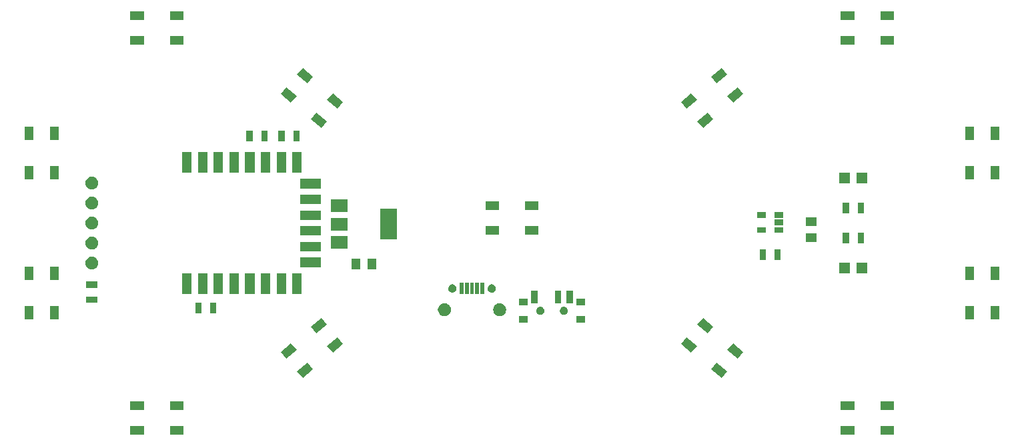
<source format=gts>
G04 #@! TF.GenerationSoftware,KiCad,Pcbnew,(5.0.2-5-10.14)*
G04 #@! TF.CreationDate,2019-03-10T19:37:14-04:00*
G04 #@! TF.ProjectId,glowtie,676c6f77-7469-4652-9e6b-696361645f70,rev?*
G04 #@! TF.SameCoordinates,Original*
G04 #@! TF.FileFunction,Soldermask,Top*
G04 #@! TF.FilePolarity,Negative*
%FSLAX46Y46*%
G04 Gerber Fmt 4.6, Leading zero omitted, Abs format (unit mm)*
G04 Created by KiCad (PCBNEW (5.0.2-5-10.14)) date Sunday, March 10, 2019 at 07:37:14 PM*
%MOMM*%
%LPD*%
G01*
G04 APERTURE LIST*
%ADD10C,0.100000*%
G04 APERTURE END LIST*
D10*
G36*
X124635000Y-68190000D02*
X122935000Y-68190000D01*
X122935000Y-67090000D01*
X124635000Y-67090000D01*
X124635000Y-68190000D01*
X124635000Y-68190000D01*
G37*
G36*
X119635000Y-68190000D02*
X117935000Y-68190000D01*
X117935000Y-67090000D01*
X119635000Y-67090000D01*
X119635000Y-68190000D01*
X119635000Y-68190000D01*
G37*
G36*
X34465000Y-68190000D02*
X32765000Y-68190000D01*
X32765000Y-67090000D01*
X34465000Y-67090000D01*
X34465000Y-68190000D01*
X34465000Y-68190000D01*
G37*
G36*
X29465000Y-68190000D02*
X27765000Y-68190000D01*
X27765000Y-67090000D01*
X29465000Y-67090000D01*
X29465000Y-68190000D01*
X29465000Y-68190000D01*
G37*
G36*
X124635000Y-64990000D02*
X122935000Y-64990000D01*
X122935000Y-63890000D01*
X124635000Y-63890000D01*
X124635000Y-64990000D01*
X124635000Y-64990000D01*
G37*
G36*
X119635000Y-64990000D02*
X117935000Y-64990000D01*
X117935000Y-63890000D01*
X119635000Y-63890000D01*
X119635000Y-64990000D01*
X119635000Y-64990000D01*
G37*
G36*
X34465000Y-64990000D02*
X32765000Y-64990000D01*
X32765000Y-63890000D01*
X34465000Y-63890000D01*
X34465000Y-64990000D01*
X34465000Y-64990000D01*
G37*
G36*
X29465000Y-64990000D02*
X27765000Y-64990000D01*
X27765000Y-63890000D01*
X29465000Y-63890000D01*
X29465000Y-64990000D01*
X29465000Y-64990000D01*
G37*
G36*
X50918021Y-59857595D02*
X49615745Y-60950335D01*
X48908677Y-60107685D01*
X50210953Y-59014945D01*
X50918021Y-59857595D01*
X50918021Y-59857595D01*
G37*
G36*
X103491323Y-60107685D02*
X102784255Y-60950335D01*
X101481979Y-59857595D01*
X102189047Y-59014945D01*
X103491323Y-60107685D01*
X103491323Y-60107685D01*
G37*
G36*
X48861101Y-57406253D02*
X47558825Y-58498993D01*
X46851757Y-57656343D01*
X48154033Y-56563603D01*
X48861101Y-57406253D01*
X48861101Y-57406253D01*
G37*
G36*
X105548243Y-57656343D02*
X104841175Y-58498993D01*
X103538899Y-57406253D01*
X104245967Y-56563603D01*
X105548243Y-57656343D01*
X105548243Y-57656343D01*
G37*
G36*
X54748243Y-56643657D02*
X53445967Y-57736397D01*
X52738899Y-56893747D01*
X54041175Y-55801007D01*
X54748243Y-56643657D01*
X54748243Y-56643657D01*
G37*
G36*
X99661101Y-56893747D02*
X98954033Y-57736397D01*
X97651757Y-56643657D01*
X98358825Y-55801007D01*
X99661101Y-56893747D01*
X99661101Y-56893747D01*
G37*
G36*
X101718021Y-54442405D02*
X101010953Y-55285055D01*
X99708677Y-54192315D01*
X100415745Y-53349665D01*
X101718021Y-54442405D01*
X101718021Y-54442405D01*
G37*
G36*
X52691323Y-54192315D02*
X51389047Y-55285055D01*
X50681979Y-54442405D01*
X51984255Y-53349665D01*
X52691323Y-54192315D01*
X52691323Y-54192315D01*
G37*
G36*
X78180000Y-53950000D02*
X77080000Y-53950000D01*
X77080000Y-53050000D01*
X78180000Y-53050000D01*
X78180000Y-53950000D01*
X78180000Y-53950000D01*
G37*
G36*
X85480000Y-53950000D02*
X84380000Y-53950000D01*
X84380000Y-53050000D01*
X85480000Y-53050000D01*
X85480000Y-53950000D01*
X85480000Y-53950000D01*
G37*
G36*
X15460000Y-53515000D02*
X14360000Y-53515000D01*
X14360000Y-51815000D01*
X15460000Y-51815000D01*
X15460000Y-53515000D01*
X15460000Y-53515000D01*
G37*
G36*
X18660000Y-53515000D02*
X17560000Y-53515000D01*
X17560000Y-51815000D01*
X18660000Y-51815000D01*
X18660000Y-53515000D01*
X18660000Y-53515000D01*
G37*
G36*
X138040000Y-53515000D02*
X136940000Y-53515000D01*
X136940000Y-51815000D01*
X138040000Y-51815000D01*
X138040000Y-53515000D01*
X138040000Y-53515000D01*
G37*
G36*
X134840000Y-53515000D02*
X133740000Y-53515000D01*
X133740000Y-51815000D01*
X134840000Y-51815000D01*
X134840000Y-53515000D01*
X134840000Y-53515000D01*
G37*
G36*
X67860644Y-51483704D02*
X68010784Y-51545894D01*
X68010785Y-51545895D01*
X68145908Y-51636181D01*
X68260819Y-51751092D01*
X68303521Y-51815000D01*
X68351106Y-51886216D01*
X68413296Y-52036356D01*
X68445000Y-52195745D01*
X68445000Y-52358255D01*
X68413296Y-52517644D01*
X68351106Y-52667784D01*
X68351105Y-52667785D01*
X68260819Y-52802908D01*
X68145908Y-52917819D01*
X68055621Y-52978147D01*
X68010784Y-53008106D01*
X67860644Y-53070296D01*
X67701256Y-53102000D01*
X67538744Y-53102000D01*
X67379356Y-53070296D01*
X67229216Y-53008106D01*
X67184379Y-52978147D01*
X67094092Y-52917819D01*
X66979181Y-52802908D01*
X66888895Y-52667785D01*
X66888894Y-52667784D01*
X66826704Y-52517644D01*
X66795000Y-52358255D01*
X66795000Y-52195745D01*
X66826704Y-52036356D01*
X66888894Y-51886216D01*
X66936479Y-51815000D01*
X66979181Y-51751092D01*
X67094092Y-51636181D01*
X67229215Y-51545895D01*
X67229216Y-51545894D01*
X67379356Y-51483704D01*
X67459051Y-51467852D01*
X67538744Y-51452000D01*
X67701256Y-51452000D01*
X67860644Y-51483704D01*
X67860644Y-51483704D01*
G37*
G36*
X74860644Y-51483704D02*
X75010784Y-51545894D01*
X75010785Y-51545895D01*
X75145908Y-51636181D01*
X75260819Y-51751092D01*
X75303521Y-51815000D01*
X75351106Y-51886216D01*
X75413296Y-52036356D01*
X75445000Y-52195745D01*
X75445000Y-52358255D01*
X75413296Y-52517644D01*
X75351106Y-52667784D01*
X75351105Y-52667785D01*
X75260819Y-52802908D01*
X75145908Y-52917819D01*
X75055621Y-52978147D01*
X75010784Y-53008106D01*
X74860644Y-53070296D01*
X74701256Y-53102000D01*
X74538744Y-53102000D01*
X74379356Y-53070296D01*
X74229216Y-53008106D01*
X74184379Y-52978147D01*
X74094092Y-52917819D01*
X73979181Y-52802908D01*
X73888895Y-52667785D01*
X73888894Y-52667784D01*
X73826704Y-52517644D01*
X73795000Y-52358255D01*
X73795000Y-52195745D01*
X73826704Y-52036356D01*
X73888894Y-51886216D01*
X73936479Y-51815000D01*
X73979181Y-51751092D01*
X74094092Y-51636181D01*
X74229215Y-51545895D01*
X74229216Y-51545894D01*
X74379356Y-51483704D01*
X74459051Y-51467852D01*
X74538744Y-51452000D01*
X74701256Y-51452000D01*
X74860644Y-51483704D01*
X74860644Y-51483704D01*
G37*
G36*
X79925843Y-51919214D02*
X79925846Y-51919215D01*
X79925845Y-51919215D01*
X80016839Y-51956906D01*
X80071311Y-51993303D01*
X80098733Y-52011626D01*
X80168374Y-52081267D01*
X80168375Y-52081269D01*
X80223094Y-52163161D01*
X80223094Y-52163162D01*
X80260786Y-52254157D01*
X80280000Y-52350753D01*
X80280000Y-52449247D01*
X80260786Y-52545843D01*
X80260785Y-52545845D01*
X80223094Y-52636839D01*
X80202417Y-52667784D01*
X80168374Y-52718733D01*
X80098733Y-52788374D01*
X80076983Y-52802907D01*
X80016839Y-52843094D01*
X79952495Y-52869746D01*
X79925843Y-52880786D01*
X79829247Y-52900000D01*
X79730753Y-52900000D01*
X79634157Y-52880786D01*
X79607505Y-52869746D01*
X79543161Y-52843094D01*
X79483017Y-52802907D01*
X79461267Y-52788374D01*
X79391626Y-52718733D01*
X79357583Y-52667784D01*
X79336906Y-52636839D01*
X79299215Y-52545845D01*
X79299214Y-52545843D01*
X79280000Y-52449247D01*
X79280000Y-52350753D01*
X79299214Y-52254157D01*
X79336906Y-52163162D01*
X79336906Y-52163161D01*
X79391625Y-52081269D01*
X79391626Y-52081267D01*
X79461267Y-52011626D01*
X79488689Y-51993303D01*
X79543161Y-51956906D01*
X79634155Y-51919215D01*
X79634154Y-51919215D01*
X79634157Y-51919214D01*
X79730753Y-51900000D01*
X79829247Y-51900000D01*
X79925843Y-51919214D01*
X79925843Y-51919214D01*
G37*
G36*
X82925843Y-51919214D02*
X82925846Y-51919215D01*
X82925845Y-51919215D01*
X83016839Y-51956906D01*
X83071311Y-51993303D01*
X83098733Y-52011626D01*
X83168374Y-52081267D01*
X83168375Y-52081269D01*
X83223094Y-52163161D01*
X83223094Y-52163162D01*
X83260786Y-52254157D01*
X83280000Y-52350753D01*
X83280000Y-52449247D01*
X83260786Y-52545843D01*
X83260785Y-52545845D01*
X83223094Y-52636839D01*
X83202417Y-52667784D01*
X83168374Y-52718733D01*
X83098733Y-52788374D01*
X83076983Y-52802907D01*
X83016839Y-52843094D01*
X82952495Y-52869746D01*
X82925843Y-52880786D01*
X82829247Y-52900000D01*
X82730753Y-52900000D01*
X82634157Y-52880786D01*
X82607505Y-52869746D01*
X82543161Y-52843094D01*
X82483017Y-52802907D01*
X82461267Y-52788374D01*
X82391626Y-52718733D01*
X82357583Y-52667784D01*
X82336906Y-52636839D01*
X82299215Y-52545845D01*
X82299214Y-52545843D01*
X82280000Y-52449247D01*
X82280000Y-52350753D01*
X82299214Y-52254157D01*
X82336906Y-52163162D01*
X82336906Y-52163161D01*
X82391625Y-52081269D01*
X82391626Y-52081267D01*
X82461267Y-52011626D01*
X82488689Y-51993303D01*
X82543161Y-51956906D01*
X82634155Y-51919215D01*
X82634154Y-51919215D01*
X82634157Y-51919214D01*
X82730753Y-51900000D01*
X82829247Y-51900000D01*
X82925843Y-51919214D01*
X82925843Y-51919214D01*
G37*
G36*
X38688000Y-52770000D02*
X37888000Y-52770000D01*
X37888000Y-51370000D01*
X38688000Y-51370000D01*
X38688000Y-52770000D01*
X38688000Y-52770000D01*
G37*
G36*
X36788000Y-52770000D02*
X35988000Y-52770000D01*
X35988000Y-51370000D01*
X36788000Y-51370000D01*
X36788000Y-52770000D01*
X36788000Y-52770000D01*
G37*
G36*
X85480000Y-51740000D02*
X84380000Y-51740000D01*
X84380000Y-50840000D01*
X85480000Y-50840000D01*
X85480000Y-51740000D01*
X85480000Y-51740000D01*
G37*
G36*
X78180000Y-51740000D02*
X77080000Y-51740000D01*
X77080000Y-50840000D01*
X78180000Y-50840000D01*
X78180000Y-51740000D01*
X78180000Y-51740000D01*
G37*
G36*
X83930000Y-51440000D02*
X83130000Y-51440000D01*
X83130000Y-49840000D01*
X83930000Y-49840000D01*
X83930000Y-51440000D01*
X83930000Y-51440000D01*
G37*
G36*
X82430000Y-51440000D02*
X81630000Y-51440000D01*
X81630000Y-49840000D01*
X82430000Y-49840000D01*
X82430000Y-51440000D01*
X82430000Y-51440000D01*
G37*
G36*
X79430000Y-51440000D02*
X78630000Y-51440000D01*
X78630000Y-49840000D01*
X79430000Y-49840000D01*
X79430000Y-51440000D01*
X79430000Y-51440000D01*
G37*
G36*
X23560000Y-51388000D02*
X22160000Y-51388000D01*
X22160000Y-50588000D01*
X23560000Y-50588000D01*
X23560000Y-51388000D01*
X23560000Y-51388000D01*
G37*
G36*
X72020000Y-50302000D02*
X71520000Y-50302000D01*
X71520000Y-48852000D01*
X72020000Y-48852000D01*
X72020000Y-50302000D01*
X72020000Y-50302000D01*
G37*
G36*
X72670000Y-50302000D02*
X72170000Y-50302000D01*
X72170000Y-48852000D01*
X72670000Y-48852000D01*
X72670000Y-50302000D01*
X72670000Y-50302000D01*
G37*
G36*
X71370000Y-50302000D02*
X70870000Y-50302000D01*
X70870000Y-48852000D01*
X71370000Y-48852000D01*
X71370000Y-50302000D01*
X71370000Y-50302000D01*
G37*
G36*
X70720000Y-50302000D02*
X70220000Y-50302000D01*
X70220000Y-48852000D01*
X70720000Y-48852000D01*
X70720000Y-50302000D01*
X70720000Y-50302000D01*
G37*
G36*
X70070000Y-50302000D02*
X69570000Y-50302000D01*
X69570000Y-48852000D01*
X70070000Y-48852000D01*
X70070000Y-50302000D01*
X70070000Y-50302000D01*
G37*
G36*
X49525000Y-50260000D02*
X48325000Y-50260000D01*
X48325000Y-47660000D01*
X49525000Y-47660000D01*
X49525000Y-50260000D01*
X49525000Y-50260000D01*
G37*
G36*
X41525000Y-50260000D02*
X40325000Y-50260000D01*
X40325000Y-47660000D01*
X41525000Y-47660000D01*
X41525000Y-50260000D01*
X41525000Y-50260000D01*
G37*
G36*
X47525000Y-50260000D02*
X46325000Y-50260000D01*
X46325000Y-47660000D01*
X47525000Y-47660000D01*
X47525000Y-50260000D01*
X47525000Y-50260000D01*
G37*
G36*
X45525000Y-50260000D02*
X44325000Y-50260000D01*
X44325000Y-47660000D01*
X45525000Y-47660000D01*
X45525000Y-50260000D01*
X45525000Y-50260000D01*
G37*
G36*
X43525000Y-50260000D02*
X42325000Y-50260000D01*
X42325000Y-47660000D01*
X43525000Y-47660000D01*
X43525000Y-50260000D01*
X43525000Y-50260000D01*
G37*
G36*
X39525000Y-50260000D02*
X38325000Y-50260000D01*
X38325000Y-47660000D01*
X39525000Y-47660000D01*
X39525000Y-50260000D01*
X39525000Y-50260000D01*
G37*
G36*
X37525000Y-50260000D02*
X36325000Y-50260000D01*
X36325000Y-47660000D01*
X37525000Y-47660000D01*
X37525000Y-50260000D01*
X37525000Y-50260000D01*
G37*
G36*
X35525000Y-50260000D02*
X34325000Y-50260000D01*
X34325000Y-47660000D01*
X35525000Y-47660000D01*
X35525000Y-50260000D01*
X35525000Y-50260000D01*
G37*
G36*
X68773136Y-49072175D02*
X68829105Y-49095358D01*
X68868681Y-49111751D01*
X68925877Y-49149968D01*
X68954670Y-49169207D01*
X69027793Y-49242330D01*
X69027794Y-49242332D01*
X69085249Y-49328319D01*
X69085249Y-49328320D01*
X69124825Y-49423864D01*
X69145000Y-49525291D01*
X69145000Y-49628709D01*
X69124825Y-49730136D01*
X69101642Y-49786105D01*
X69085249Y-49825681D01*
X69075681Y-49840000D01*
X69027793Y-49911670D01*
X68954670Y-49984793D01*
X68925877Y-50004032D01*
X68868681Y-50042249D01*
X68829105Y-50058642D01*
X68773136Y-50081825D01*
X68671709Y-50102000D01*
X68568291Y-50102000D01*
X68466864Y-50081825D01*
X68410895Y-50058642D01*
X68371319Y-50042249D01*
X68314123Y-50004032D01*
X68285330Y-49984793D01*
X68212207Y-49911670D01*
X68164319Y-49840000D01*
X68154751Y-49825681D01*
X68138358Y-49786105D01*
X68115175Y-49730136D01*
X68095000Y-49628709D01*
X68095000Y-49525291D01*
X68115175Y-49423864D01*
X68154751Y-49328320D01*
X68154751Y-49328319D01*
X68212206Y-49242332D01*
X68212207Y-49242330D01*
X68285330Y-49169207D01*
X68314123Y-49149968D01*
X68371319Y-49111751D01*
X68410895Y-49095358D01*
X68466864Y-49072175D01*
X68568291Y-49052000D01*
X68671709Y-49052000D01*
X68773136Y-49072175D01*
X68773136Y-49072175D01*
G37*
G36*
X73773136Y-49072175D02*
X73829105Y-49095358D01*
X73868681Y-49111751D01*
X73925877Y-49149968D01*
X73954670Y-49169207D01*
X74027793Y-49242330D01*
X74027794Y-49242332D01*
X74085249Y-49328319D01*
X74085249Y-49328320D01*
X74124825Y-49423864D01*
X74145000Y-49525291D01*
X74145000Y-49628709D01*
X74124825Y-49730136D01*
X74101642Y-49786105D01*
X74085249Y-49825681D01*
X74075681Y-49840000D01*
X74027793Y-49911670D01*
X73954670Y-49984793D01*
X73925877Y-50004032D01*
X73868681Y-50042249D01*
X73829105Y-50058642D01*
X73773136Y-50081825D01*
X73671709Y-50102000D01*
X73568291Y-50102000D01*
X73466864Y-50081825D01*
X73410895Y-50058642D01*
X73371319Y-50042249D01*
X73314123Y-50004032D01*
X73285330Y-49984793D01*
X73212207Y-49911670D01*
X73164319Y-49840000D01*
X73154751Y-49825681D01*
X73138358Y-49786105D01*
X73115175Y-49730136D01*
X73095000Y-49628709D01*
X73095000Y-49525291D01*
X73115175Y-49423864D01*
X73154751Y-49328320D01*
X73154751Y-49328319D01*
X73212206Y-49242332D01*
X73212207Y-49242330D01*
X73285330Y-49169207D01*
X73314123Y-49149968D01*
X73371319Y-49111751D01*
X73410895Y-49095358D01*
X73466864Y-49072175D01*
X73568291Y-49052000D01*
X73671709Y-49052000D01*
X73773136Y-49072175D01*
X73773136Y-49072175D01*
G37*
G36*
X23560000Y-49488000D02*
X22160000Y-49488000D01*
X22160000Y-48688000D01*
X23560000Y-48688000D01*
X23560000Y-49488000D01*
X23560000Y-49488000D01*
G37*
G36*
X15460000Y-48515000D02*
X14360000Y-48515000D01*
X14360000Y-46815000D01*
X15460000Y-46815000D01*
X15460000Y-48515000D01*
X15460000Y-48515000D01*
G37*
G36*
X134840000Y-48515000D02*
X133740000Y-48515000D01*
X133740000Y-46815000D01*
X134840000Y-46815000D01*
X134840000Y-48515000D01*
X134840000Y-48515000D01*
G37*
G36*
X138040000Y-48515000D02*
X136940000Y-48515000D01*
X136940000Y-46815000D01*
X138040000Y-46815000D01*
X138040000Y-48515000D01*
X138040000Y-48515000D01*
G37*
G36*
X18660000Y-48515000D02*
X17560000Y-48515000D01*
X17560000Y-46815000D01*
X18660000Y-46815000D01*
X18660000Y-48515000D01*
X18660000Y-48515000D01*
G37*
G36*
X121257000Y-47640000D02*
X119957000Y-47640000D01*
X119957000Y-46340000D01*
X121257000Y-46340000D01*
X121257000Y-47640000D01*
X121257000Y-47640000D01*
G37*
G36*
X119057000Y-47640000D02*
X117757000Y-47640000D01*
X117757000Y-46340000D01*
X119057000Y-46340000D01*
X119057000Y-47640000D01*
X119057000Y-47640000D01*
G37*
G36*
X58954000Y-47157000D02*
X57854000Y-47157000D01*
X57854000Y-45807000D01*
X58954000Y-45807000D01*
X58954000Y-47157000D01*
X58954000Y-47157000D01*
G37*
G36*
X56954000Y-47157000D02*
X55854000Y-47157000D01*
X55854000Y-45807000D01*
X56954000Y-45807000D01*
X56954000Y-47157000D01*
X56954000Y-47157000D01*
G37*
G36*
X23093351Y-45585743D02*
X23238942Y-45646049D01*
X23274787Y-45670000D01*
X23369973Y-45733601D01*
X23481399Y-45845027D01*
X23481401Y-45845030D01*
X23568951Y-45976058D01*
X23629257Y-46121649D01*
X23660000Y-46276207D01*
X23660000Y-46433793D01*
X23629257Y-46588351D01*
X23568951Y-46733942D01*
X23514790Y-46815000D01*
X23481399Y-46864973D01*
X23369973Y-46976399D01*
X23369970Y-46976401D01*
X23238942Y-47063951D01*
X23093351Y-47124257D01*
X22938794Y-47155000D01*
X22781206Y-47155000D01*
X22626649Y-47124257D01*
X22481058Y-47063951D01*
X22350030Y-46976401D01*
X22350027Y-46976399D01*
X22238601Y-46864973D01*
X22205210Y-46815000D01*
X22151049Y-46733942D01*
X22090743Y-46588351D01*
X22060000Y-46433793D01*
X22060000Y-46276207D01*
X22090743Y-46121649D01*
X22151049Y-45976058D01*
X22238599Y-45845030D01*
X22238601Y-45845027D01*
X22350027Y-45733601D01*
X22445213Y-45670000D01*
X22481058Y-45646049D01*
X22626649Y-45585743D01*
X22781206Y-45555000D01*
X22938794Y-45555000D01*
X23093351Y-45585743D01*
X23093351Y-45585743D01*
G37*
G36*
X51925000Y-46870000D02*
X49325000Y-46870000D01*
X49325000Y-45670000D01*
X51925000Y-45670000D01*
X51925000Y-46870000D01*
X51925000Y-46870000D01*
G37*
G36*
X110316000Y-45975500D02*
X109516000Y-45975500D01*
X109516000Y-44575500D01*
X110316000Y-44575500D01*
X110316000Y-45975500D01*
X110316000Y-45975500D01*
G37*
G36*
X108416000Y-45975500D02*
X107616000Y-45975500D01*
X107616000Y-44575500D01*
X108416000Y-44575500D01*
X108416000Y-45975500D01*
X108416000Y-45975500D01*
G37*
G36*
X51925000Y-44870000D02*
X49325000Y-44870000D01*
X49325000Y-43670000D01*
X51925000Y-43670000D01*
X51925000Y-44870000D01*
X51925000Y-44870000D01*
G37*
G36*
X23093351Y-43045743D02*
X23238942Y-43106049D01*
X23369090Y-43193011D01*
X23369973Y-43193601D01*
X23481399Y-43305027D01*
X23481401Y-43305030D01*
X23568951Y-43436058D01*
X23629257Y-43581649D01*
X23660000Y-43736207D01*
X23660000Y-43893793D01*
X23629257Y-44048351D01*
X23568951Y-44193942D01*
X23481989Y-44324090D01*
X23481399Y-44324973D01*
X23369973Y-44436399D01*
X23369970Y-44436401D01*
X23238942Y-44523951D01*
X23114492Y-44575500D01*
X23093351Y-44584257D01*
X22938794Y-44615000D01*
X22781206Y-44615000D01*
X22626649Y-44584257D01*
X22605508Y-44575500D01*
X22481058Y-44523951D01*
X22350030Y-44436401D01*
X22350027Y-44436399D01*
X22238601Y-44324973D01*
X22238011Y-44324090D01*
X22151049Y-44193942D01*
X22090743Y-44048351D01*
X22060000Y-43893793D01*
X22060000Y-43736207D01*
X22090743Y-43581649D01*
X22151049Y-43436058D01*
X22238599Y-43305030D01*
X22238601Y-43305027D01*
X22350027Y-43193601D01*
X22350910Y-43193011D01*
X22481058Y-43106049D01*
X22626649Y-43045743D01*
X22781206Y-43015000D01*
X22938794Y-43015000D01*
X23093351Y-43045743D01*
X23093351Y-43045743D01*
G37*
G36*
X55304000Y-44502000D02*
X53204000Y-44502000D01*
X53204000Y-42902000D01*
X55304000Y-42902000D01*
X55304000Y-44502000D01*
X55304000Y-44502000D01*
G37*
G36*
X118957000Y-43880000D02*
X118157000Y-43880000D01*
X118157000Y-42480000D01*
X118957000Y-42480000D01*
X118957000Y-43880000D01*
X118957000Y-43880000D01*
G37*
G36*
X120857000Y-43880000D02*
X120057000Y-43880000D01*
X120057000Y-42480000D01*
X120857000Y-42480000D01*
X120857000Y-43880000D01*
X120857000Y-43880000D01*
G37*
G36*
X114848000Y-43650500D02*
X113498000Y-43650500D01*
X113498000Y-42550500D01*
X114848000Y-42550500D01*
X114848000Y-43650500D01*
X114848000Y-43650500D01*
G37*
G36*
X61604000Y-43352000D02*
X59504000Y-43352000D01*
X59504000Y-39452000D01*
X61604000Y-39452000D01*
X61604000Y-43352000D01*
X61604000Y-43352000D01*
G37*
G36*
X51925000Y-42870000D02*
X49325000Y-42870000D01*
X49325000Y-41670000D01*
X51925000Y-41670000D01*
X51925000Y-42870000D01*
X51925000Y-42870000D01*
G37*
G36*
X79550000Y-42790000D02*
X77850000Y-42790000D01*
X77850000Y-41690000D01*
X79550000Y-41690000D01*
X79550000Y-42790000D01*
X79550000Y-42790000D01*
G37*
G36*
X74550000Y-42790000D02*
X72850000Y-42790000D01*
X72850000Y-41690000D01*
X74550000Y-41690000D01*
X74550000Y-42790000D01*
X74550000Y-42790000D01*
G37*
G36*
X110646000Y-42536500D02*
X109486000Y-42536500D01*
X109486000Y-41786500D01*
X110646000Y-41786500D01*
X110646000Y-42536500D01*
X110646000Y-42536500D01*
G37*
G36*
X108446000Y-42536500D02*
X107286000Y-42536500D01*
X107286000Y-41786500D01*
X108446000Y-41786500D01*
X108446000Y-42536500D01*
X108446000Y-42536500D01*
G37*
G36*
X55304000Y-42202000D02*
X53204000Y-42202000D01*
X53204000Y-40602000D01*
X55304000Y-40602000D01*
X55304000Y-42202000D01*
X55304000Y-42202000D01*
G37*
G36*
X23093351Y-40505743D02*
X23238942Y-40566049D01*
X23369090Y-40653011D01*
X23369973Y-40653601D01*
X23481399Y-40765027D01*
X23481401Y-40765030D01*
X23568951Y-40896058D01*
X23629257Y-41041649D01*
X23660000Y-41196207D01*
X23660000Y-41353793D01*
X23629257Y-41508351D01*
X23568951Y-41653942D01*
X23481989Y-41784090D01*
X23481399Y-41784973D01*
X23369973Y-41896399D01*
X23369970Y-41896401D01*
X23238942Y-41983951D01*
X23093351Y-42044257D01*
X22938794Y-42075000D01*
X22781206Y-42075000D01*
X22626649Y-42044257D01*
X22481058Y-41983951D01*
X22350030Y-41896401D01*
X22350027Y-41896399D01*
X22238601Y-41784973D01*
X22238011Y-41784090D01*
X22151049Y-41653942D01*
X22090743Y-41508351D01*
X22060000Y-41353793D01*
X22060000Y-41196207D01*
X22090743Y-41041649D01*
X22151049Y-40896058D01*
X22238599Y-40765030D01*
X22238601Y-40765027D01*
X22350027Y-40653601D01*
X22350910Y-40653011D01*
X22481058Y-40566049D01*
X22626649Y-40505743D01*
X22781206Y-40475000D01*
X22938794Y-40475000D01*
X23093351Y-40505743D01*
X23093351Y-40505743D01*
G37*
G36*
X114848000Y-41650500D02*
X113498000Y-41650500D01*
X113498000Y-40550500D01*
X114848000Y-40550500D01*
X114848000Y-41650500D01*
X114848000Y-41650500D01*
G37*
G36*
X110646000Y-41586500D02*
X109486000Y-41586500D01*
X109486000Y-40836500D01*
X110646000Y-40836500D01*
X110646000Y-41586500D01*
X110646000Y-41586500D01*
G37*
G36*
X51925000Y-40870000D02*
X49325000Y-40870000D01*
X49325000Y-39670000D01*
X51925000Y-39670000D01*
X51925000Y-40870000D01*
X51925000Y-40870000D01*
G37*
G36*
X110646000Y-40636500D02*
X109486000Y-40636500D01*
X109486000Y-39886500D01*
X110646000Y-39886500D01*
X110646000Y-40636500D01*
X110646000Y-40636500D01*
G37*
G36*
X108446000Y-40636500D02*
X107286000Y-40636500D01*
X107286000Y-39886500D01*
X108446000Y-39886500D01*
X108446000Y-40636500D01*
X108446000Y-40636500D01*
G37*
G36*
X118957000Y-40070000D02*
X118157000Y-40070000D01*
X118157000Y-38670000D01*
X118957000Y-38670000D01*
X118957000Y-40070000D01*
X118957000Y-40070000D01*
G37*
G36*
X120857000Y-40070000D02*
X120057000Y-40070000D01*
X120057000Y-38670000D01*
X120857000Y-38670000D01*
X120857000Y-40070000D01*
X120857000Y-40070000D01*
G37*
G36*
X55304000Y-39902000D02*
X53204000Y-39902000D01*
X53204000Y-38302000D01*
X55304000Y-38302000D01*
X55304000Y-39902000D01*
X55304000Y-39902000D01*
G37*
G36*
X74550000Y-39590000D02*
X72850000Y-39590000D01*
X72850000Y-38490000D01*
X74550000Y-38490000D01*
X74550000Y-39590000D01*
X74550000Y-39590000D01*
G37*
G36*
X79550000Y-39590000D02*
X77850000Y-39590000D01*
X77850000Y-38490000D01*
X79550000Y-38490000D01*
X79550000Y-39590000D01*
X79550000Y-39590000D01*
G37*
G36*
X23093351Y-37965743D02*
X23238942Y-38026049D01*
X23369090Y-38113011D01*
X23369973Y-38113601D01*
X23481399Y-38225027D01*
X23481401Y-38225030D01*
X23568951Y-38356058D01*
X23629257Y-38501649D01*
X23660000Y-38656207D01*
X23660000Y-38813793D01*
X23629257Y-38968351D01*
X23568951Y-39113942D01*
X23481989Y-39244090D01*
X23481399Y-39244973D01*
X23369973Y-39356399D01*
X23369970Y-39356401D01*
X23238942Y-39443951D01*
X23093351Y-39504257D01*
X22938794Y-39535000D01*
X22781206Y-39535000D01*
X22626649Y-39504257D01*
X22481058Y-39443951D01*
X22350030Y-39356401D01*
X22350027Y-39356399D01*
X22238601Y-39244973D01*
X22238011Y-39244090D01*
X22151049Y-39113942D01*
X22090743Y-38968351D01*
X22060000Y-38813793D01*
X22060000Y-38656207D01*
X22090743Y-38501649D01*
X22151049Y-38356058D01*
X22238599Y-38225030D01*
X22238601Y-38225027D01*
X22350027Y-38113601D01*
X22350910Y-38113011D01*
X22481058Y-38026049D01*
X22626649Y-37965743D01*
X22781206Y-37935000D01*
X22938794Y-37935000D01*
X23093351Y-37965743D01*
X23093351Y-37965743D01*
G37*
G36*
X51925000Y-38870000D02*
X49325000Y-38870000D01*
X49325000Y-37670000D01*
X51925000Y-37670000D01*
X51925000Y-38870000D01*
X51925000Y-38870000D01*
G37*
G36*
X23093351Y-35425743D02*
X23238942Y-35486049D01*
X23369090Y-35573011D01*
X23369973Y-35573601D01*
X23481399Y-35685027D01*
X23481401Y-35685030D01*
X23568951Y-35816058D01*
X23629257Y-35961649D01*
X23660000Y-36116207D01*
X23660000Y-36273793D01*
X23629257Y-36428351D01*
X23568951Y-36573942D01*
X23481989Y-36704090D01*
X23481399Y-36704973D01*
X23369973Y-36816399D01*
X23369970Y-36816401D01*
X23238942Y-36903951D01*
X23093351Y-36964257D01*
X22938794Y-36995000D01*
X22781206Y-36995000D01*
X22626649Y-36964257D01*
X22481058Y-36903951D01*
X22350030Y-36816401D01*
X22350027Y-36816399D01*
X22238601Y-36704973D01*
X22238011Y-36704090D01*
X22151049Y-36573942D01*
X22090743Y-36428351D01*
X22060000Y-36273793D01*
X22060000Y-36116207D01*
X22090743Y-35961649D01*
X22151049Y-35816058D01*
X22238599Y-35685030D01*
X22238601Y-35685027D01*
X22350027Y-35573601D01*
X22350910Y-35573011D01*
X22481058Y-35486049D01*
X22626649Y-35425743D01*
X22781206Y-35395000D01*
X22938794Y-35395000D01*
X23093351Y-35425743D01*
X23093351Y-35425743D01*
G37*
G36*
X51925000Y-36870000D02*
X49325000Y-36870000D01*
X49325000Y-35670000D01*
X51925000Y-35670000D01*
X51925000Y-36870000D01*
X51925000Y-36870000D01*
G37*
G36*
X119057000Y-36210000D02*
X117757000Y-36210000D01*
X117757000Y-34910000D01*
X119057000Y-34910000D01*
X119057000Y-36210000D01*
X119057000Y-36210000D01*
G37*
G36*
X121257000Y-36210000D02*
X119957000Y-36210000D01*
X119957000Y-34910000D01*
X121257000Y-34910000D01*
X121257000Y-36210000D01*
X121257000Y-36210000D01*
G37*
G36*
X18660000Y-35735000D02*
X17560000Y-35735000D01*
X17560000Y-34035000D01*
X18660000Y-34035000D01*
X18660000Y-35735000D01*
X18660000Y-35735000D01*
G37*
G36*
X15460000Y-35735000D02*
X14360000Y-35735000D01*
X14360000Y-34035000D01*
X15460000Y-34035000D01*
X15460000Y-35735000D01*
X15460000Y-35735000D01*
G37*
G36*
X134840000Y-35735000D02*
X133740000Y-35735000D01*
X133740000Y-34035000D01*
X134840000Y-34035000D01*
X134840000Y-35735000D01*
X134840000Y-35735000D01*
G37*
G36*
X138040000Y-35735000D02*
X136940000Y-35735000D01*
X136940000Y-34035000D01*
X138040000Y-34035000D01*
X138040000Y-35735000D01*
X138040000Y-35735000D01*
G37*
G36*
X41525000Y-34860000D02*
X40325000Y-34860000D01*
X40325000Y-32260000D01*
X41525000Y-32260000D01*
X41525000Y-34860000D01*
X41525000Y-34860000D01*
G37*
G36*
X47525000Y-34860000D02*
X46325000Y-34860000D01*
X46325000Y-32260000D01*
X47525000Y-32260000D01*
X47525000Y-34860000D01*
X47525000Y-34860000D01*
G37*
G36*
X39525000Y-34860000D02*
X38325000Y-34860000D01*
X38325000Y-32260000D01*
X39525000Y-32260000D01*
X39525000Y-34860000D01*
X39525000Y-34860000D01*
G37*
G36*
X37525000Y-34860000D02*
X36325000Y-34860000D01*
X36325000Y-32260000D01*
X37525000Y-32260000D01*
X37525000Y-34860000D01*
X37525000Y-34860000D01*
G37*
G36*
X35525000Y-34860000D02*
X34325000Y-34860000D01*
X34325000Y-32260000D01*
X35525000Y-32260000D01*
X35525000Y-34860000D01*
X35525000Y-34860000D01*
G37*
G36*
X43525000Y-34860000D02*
X42325000Y-34860000D01*
X42325000Y-32260000D01*
X43525000Y-32260000D01*
X43525000Y-34860000D01*
X43525000Y-34860000D01*
G37*
G36*
X45525000Y-34860000D02*
X44325000Y-34860000D01*
X44325000Y-32260000D01*
X45525000Y-32260000D01*
X45525000Y-34860000D01*
X45525000Y-34860000D01*
G37*
G36*
X49525000Y-34860000D02*
X48325000Y-34860000D01*
X48325000Y-32260000D01*
X49525000Y-32260000D01*
X49525000Y-34860000D01*
X49525000Y-34860000D01*
G37*
G36*
X49229000Y-30926000D02*
X48429000Y-30926000D01*
X48429000Y-29526000D01*
X49229000Y-29526000D01*
X49229000Y-30926000D01*
X49229000Y-30926000D01*
G37*
G36*
X43265000Y-30926000D02*
X42465000Y-30926000D01*
X42465000Y-29526000D01*
X43265000Y-29526000D01*
X43265000Y-30926000D01*
X43265000Y-30926000D01*
G37*
G36*
X47329000Y-30926000D02*
X46529000Y-30926000D01*
X46529000Y-29526000D01*
X47329000Y-29526000D01*
X47329000Y-30926000D01*
X47329000Y-30926000D01*
G37*
G36*
X45165000Y-30926000D02*
X44365000Y-30926000D01*
X44365000Y-29526000D01*
X45165000Y-29526000D01*
X45165000Y-30926000D01*
X45165000Y-30926000D01*
G37*
G36*
X15460000Y-30735000D02*
X14360000Y-30735000D01*
X14360000Y-29035000D01*
X15460000Y-29035000D01*
X15460000Y-30735000D01*
X15460000Y-30735000D01*
G37*
G36*
X134840000Y-30735000D02*
X133740000Y-30735000D01*
X133740000Y-29035000D01*
X134840000Y-29035000D01*
X134840000Y-30735000D01*
X134840000Y-30735000D01*
G37*
G36*
X138040000Y-30735000D02*
X136940000Y-30735000D01*
X136940000Y-29035000D01*
X138040000Y-29035000D01*
X138040000Y-30735000D01*
X138040000Y-30735000D01*
G37*
G36*
X18660000Y-30735000D02*
X17560000Y-30735000D01*
X17560000Y-29035000D01*
X18660000Y-29035000D01*
X18660000Y-30735000D01*
X18660000Y-30735000D01*
G37*
G36*
X52691323Y-28357685D02*
X51984255Y-29200335D01*
X50681979Y-28107595D01*
X51389047Y-27264945D01*
X52691323Y-28357685D01*
X52691323Y-28357685D01*
G37*
G36*
X101718021Y-28107595D02*
X100415745Y-29200335D01*
X99708677Y-28357685D01*
X101010953Y-27264945D01*
X101718021Y-28107595D01*
X101718021Y-28107595D01*
G37*
G36*
X99661101Y-25656253D02*
X98358825Y-26748993D01*
X97651757Y-25906343D01*
X98954033Y-24813603D01*
X99661101Y-25656253D01*
X99661101Y-25656253D01*
G37*
G36*
X54748243Y-25906343D02*
X54041175Y-26748993D01*
X52738899Y-25656253D01*
X53445967Y-24813603D01*
X54748243Y-25906343D01*
X54748243Y-25906343D01*
G37*
G36*
X105548243Y-24893657D02*
X104245967Y-25986397D01*
X103538899Y-25143747D01*
X104841175Y-24051007D01*
X105548243Y-24893657D01*
X105548243Y-24893657D01*
G37*
G36*
X48861101Y-25143747D02*
X48154033Y-25986397D01*
X46851757Y-24893657D01*
X47558825Y-24051007D01*
X48861101Y-25143747D01*
X48861101Y-25143747D01*
G37*
G36*
X50918021Y-22692405D02*
X50210953Y-23535055D01*
X48908677Y-22442315D01*
X49615745Y-21599665D01*
X50918021Y-22692405D01*
X50918021Y-22692405D01*
G37*
G36*
X103491323Y-22442315D02*
X102189047Y-23535055D01*
X101481979Y-22692405D01*
X102784255Y-21599665D01*
X103491323Y-22442315D01*
X103491323Y-22442315D01*
G37*
G36*
X29465000Y-18660000D02*
X27765000Y-18660000D01*
X27765000Y-17560000D01*
X29465000Y-17560000D01*
X29465000Y-18660000D01*
X29465000Y-18660000D01*
G37*
G36*
X124635000Y-18660000D02*
X122935000Y-18660000D01*
X122935000Y-17560000D01*
X124635000Y-17560000D01*
X124635000Y-18660000D01*
X124635000Y-18660000D01*
G37*
G36*
X34465000Y-18660000D02*
X32765000Y-18660000D01*
X32765000Y-17560000D01*
X34465000Y-17560000D01*
X34465000Y-18660000D01*
X34465000Y-18660000D01*
G37*
G36*
X119635000Y-18660000D02*
X117935000Y-18660000D01*
X117935000Y-17560000D01*
X119635000Y-17560000D01*
X119635000Y-18660000D01*
X119635000Y-18660000D01*
G37*
G36*
X34465000Y-15460000D02*
X32765000Y-15460000D01*
X32765000Y-14360000D01*
X34465000Y-14360000D01*
X34465000Y-15460000D01*
X34465000Y-15460000D01*
G37*
G36*
X29465000Y-15460000D02*
X27765000Y-15460000D01*
X27765000Y-14360000D01*
X29465000Y-14360000D01*
X29465000Y-15460000D01*
X29465000Y-15460000D01*
G37*
G36*
X119635000Y-15460000D02*
X117935000Y-15460000D01*
X117935000Y-14360000D01*
X119635000Y-14360000D01*
X119635000Y-15460000D01*
X119635000Y-15460000D01*
G37*
G36*
X124635000Y-15460000D02*
X122935000Y-15460000D01*
X122935000Y-14360000D01*
X124635000Y-14360000D01*
X124635000Y-15460000D01*
X124635000Y-15460000D01*
G37*
M02*

</source>
